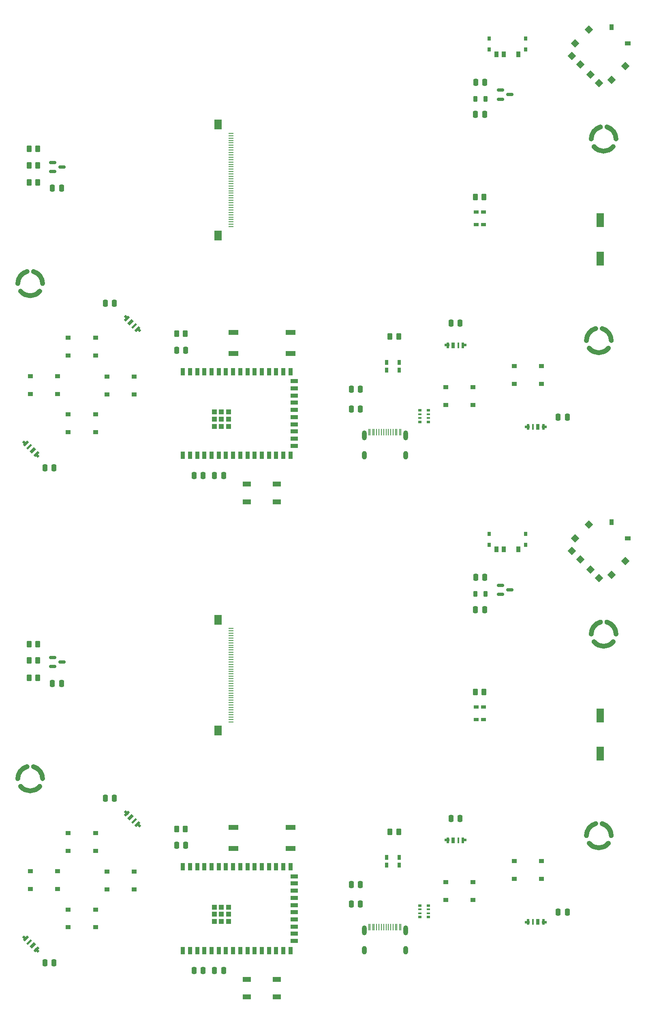
<source format=gbr>
%TF.GenerationSoftware,KiCad,Pcbnew,7.0.1*%
%TF.CreationDate,2023-05-21T16:14:24-05:00*%
%TF.ProjectId,panel,70616e65-6c2e-46b6-9963-61645f706362,rev?*%
%TF.SameCoordinates,Original*%
%TF.FileFunction,Paste,Top*%
%TF.FilePolarity,Positive*%
%FSLAX46Y46*%
G04 Gerber Fmt 4.6, Leading zero omitted, Abs format (unit mm)*
G04 Created by KiCad (PCBNEW 7.0.1) date 2023-05-21 16:14:24*
%MOMM*%
%LPD*%
G01*
G04 APERTURE LIST*
G04 Aperture macros list*
%AMRoundRect*
0 Rectangle with rounded corners*
0 $1 Rounding radius*
0 $2 $3 $4 $5 $6 $7 $8 $9 X,Y pos of 4 corners*
0 Add a 4 corners polygon primitive as box body*
4,1,4,$2,$3,$4,$5,$6,$7,$8,$9,$2,$3,0*
0 Add four circle primitives for the rounded corners*
1,1,$1+$1,$2,$3*
1,1,$1+$1,$4,$5*
1,1,$1+$1,$6,$7*
1,1,$1+$1,$8,$9*
0 Add four rect primitives between the rounded corners*
20,1,$1+$1,$2,$3,$4,$5,0*
20,1,$1+$1,$4,$5,$6,$7,0*
20,1,$1+$1,$6,$7,$8,$9,0*
20,1,$1+$1,$8,$9,$2,$3,0*%
%AMRotRect*
0 Rectangle, with rotation*
0 The origin of the aperture is its center*
0 $1 length*
0 $2 width*
0 $3 Rotation angle, in degrees counterclockwise*
0 Add horizontal line*
21,1,$1,$2,0,0,$3*%
G04 Aperture macros list end*
%ADD10C,1.000000*%
%ADD11RoundRect,0.250000X0.250000X0.475000X-0.250000X0.475000X-0.250000X-0.475000X0.250000X-0.475000X0*%
%ADD12RoundRect,0.250000X-0.250000X-0.475000X0.250000X-0.475000X0.250000X0.475000X-0.250000X0.475000X0*%
%ADD13R,1.100000X0.700000*%
%ADD14R,1.600000X3.000000*%
%ADD15R,2.000000X1.000000*%
%ADD16R,0.900000X1.250000*%
%ADD17R,0.800000X0.900000*%
%ADD18RoundRect,0.250000X-0.262500X-0.450000X0.262500X-0.450000X0.262500X0.450000X-0.262500X0.450000X0*%
%ADD19R,1.100000X0.900000*%
%ADD20R,1.800000X1.100000*%
%ADD21R,0.800000X0.500000*%
%ADD22R,0.800000X0.400000*%
%ADD23R,0.250000X1.400000*%
%ADD24O,1.000000X2.100000*%
%ADD25O,1.000000X1.800000*%
%ADD26RoundRect,0.250000X0.262500X0.450000X-0.262500X0.450000X-0.262500X-0.450000X0.262500X-0.450000X0*%
%ADD27RoundRect,0.218750X-0.218750X-0.381250X0.218750X-0.381250X0.218750X0.381250X-0.218750X0.381250X0*%
%ADD28RotRect,1.200000X1.300000X315.000000*%
%ADD29R,0.850000X1.200000*%
%ADD30R,1.200000X0.850000*%
%ADD31RotRect,1.300000X1.200000X315.000000*%
%ADD32R,1.000000X0.550000*%
%ADD33R,0.550000X1.200000*%
%ADD34R,0.700000X1.200000*%
%ADD35R,0.450000X1.200000*%
%ADD36RotRect,1.000000X0.550000X315.000000*%
%ADD37RotRect,0.550000X1.200000X315.000000*%
%ADD38RotRect,0.700000X1.200000X315.000000*%
%ADD39RotRect,0.450000X1.200000X315.000000*%
%ADD40R,0.900000X1.500000*%
%ADD41R,1.500000X0.900000*%
%ADD42R,1.100000X1.100000*%
%ADD43RoundRect,0.150000X-0.587500X-0.150000X0.587500X-0.150000X0.587500X0.150000X-0.587500X0.150000X0*%
%ADD44R,0.700000X1.100000*%
%ADD45R,1.600000X2.000000*%
%ADD46R,1.100000X0.250000*%
%ADD47RotRect,1.000000X0.550000X135.000000*%
%ADD48RotRect,0.550000X1.200000X135.000000*%
%ADD49RotRect,0.700000X1.200000X135.000000*%
%ADD50RotRect,0.450000X1.200000X135.000000*%
G04 APERTURE END LIST*
D10*
%TO.C,J11*%
X88182351Y-80122600D02*
G75*
G03*
X86249233Y-82622600I650002J-2500001D01*
G01*
X91428501Y-82622600D02*
G75*
G03*
X89532351Y-80122601I-2596150J0D01*
G01*
X86832353Y-84222599D02*
G75*
G03*
X90832349Y-84222599I1999998J1599999D01*
G01*
X88182351Y-183532200D02*
G75*
G03*
X86249233Y-186032200I650002J-2500001D01*
G01*
X91428501Y-186032200D02*
G75*
G03*
X89532351Y-183532201I-2596150J0D01*
G01*
X86832353Y-187632199D02*
G75*
G03*
X90832349Y-187632199I1999998J1599999D01*
G01*
%TO.C,J9*%
X206982351Y-92022600D02*
G75*
G03*
X205049233Y-94522600I650002J-2500001D01*
G01*
X210228501Y-94522600D02*
G75*
G03*
X208332351Y-92022601I-2596150J0D01*
G01*
X205632353Y-96122599D02*
G75*
G03*
X209632349Y-96122599I1999998J1599999D01*
G01*
X206982351Y-195432200D02*
G75*
G03*
X205049233Y-197932200I650002J-2500001D01*
G01*
X210228501Y-197932200D02*
G75*
G03*
X208332351Y-195432201I-2596150J0D01*
G01*
X205632353Y-199532199D02*
G75*
G03*
X209632349Y-199532199I1999998J1599999D01*
G01*
%TO.C,J10*%
X207982351Y-49922600D02*
G75*
G03*
X206049233Y-52422600I650002J-2500001D01*
G01*
X211228501Y-52422600D02*
G75*
G03*
X209332351Y-49922601I-2596150J0D01*
G01*
X206632353Y-54022599D02*
G75*
G03*
X210632349Y-54022599I1999998J1599999D01*
G01*
X207982351Y-153332200D02*
G75*
G03*
X206049233Y-155832200I650002J-2500001D01*
G01*
X211228501Y-155832200D02*
G75*
G03*
X209332351Y-153332201I-2596150J0D01*
G01*
X206632353Y-157432199D02*
G75*
G03*
X210632349Y-157432199I1999998J1599999D01*
G01*
%TD*%
D11*
%TO.C,C9*%
X121332350Y-96522600D03*
X119432350Y-96522600D03*
%TD*%
%TO.C,C9*%
X121332350Y-199932200D03*
X119432350Y-199932200D03*
%TD*%
D12*
%TO.C,C2*%
X181932350Y-40572600D03*
X183832350Y-40572600D03*
%TD*%
%TO.C,C2*%
X181932350Y-143982200D03*
X183832350Y-143982200D03*
%TD*%
%TO.C,C12*%
X199132350Y-110522600D03*
X201032350Y-110522600D03*
%TD*%
%TO.C,C12*%
X199132350Y-213932200D03*
X201032350Y-213932200D03*
%TD*%
D13*
%TO.C,D1*%
X183582350Y-67672600D03*
X183582350Y-70272600D03*
X181982350Y-67672600D03*
X181982350Y-70272600D03*
%TD*%
%TO.C,D1*%
X183582350Y-171082200D03*
X183582350Y-173682200D03*
X181982350Y-171082200D03*
X181982350Y-173682200D03*
%TD*%
D12*
%TO.C,C10*%
X91932350Y-121122600D03*
X93832350Y-121122600D03*
%TD*%
%TO.C,C10*%
X91932350Y-224532200D03*
X93832350Y-224532200D03*
%TD*%
D14*
%TO.C,BZ1*%
X207932350Y-69422600D03*
X207932350Y-77422600D03*
%TD*%
%TO.C,BZ1*%
X207932350Y-172832200D03*
X207932350Y-180832200D03*
%TD*%
D15*
%TO.C,SW7*%
X131332350Y-196232200D03*
X131332350Y-200632200D03*
X143232350Y-200632200D03*
X143232350Y-196232200D03*
%TD*%
%TO.C,SW7*%
X131332350Y-92822600D03*
X131332350Y-97222600D03*
X143232350Y-97222600D03*
X143232350Y-92822600D03*
%TD*%
D16*
%TO.C,SW11*%
X186282350Y-34747600D03*
X187782350Y-34747600D03*
X190782350Y-34747600D03*
D17*
X184732350Y-31472600D03*
X184732350Y-33772600D03*
X192332350Y-31472600D03*
X192342350Y-33772600D03*
%TD*%
D16*
%TO.C,SW11*%
X186282350Y-138157200D03*
X187782350Y-138157200D03*
X190782350Y-138157200D03*
D17*
X184732350Y-134882200D03*
X184732350Y-137182200D03*
X192332350Y-134882200D03*
X192342350Y-137182200D03*
%TD*%
D18*
%TO.C,R11*%
X164007350Y-93722600D03*
X165832350Y-93722600D03*
%TD*%
%TO.C,R11*%
X164007350Y-197132200D03*
X165832350Y-197132200D03*
%TD*%
D19*
%TO.C,SW5*%
X104882350Y-102072600D03*
X110582350Y-102072600D03*
X104882350Y-105772600D03*
X110582350Y-105772600D03*
%TD*%
%TO.C,SW5*%
X104882350Y-205482200D03*
X110582350Y-205482200D03*
X104882350Y-209182200D03*
X110582350Y-209182200D03*
%TD*%
D20*
%TO.C,SW10*%
X134132350Y-124522600D03*
X140332350Y-124522600D03*
X134132350Y-128222600D03*
X140332350Y-128222600D03*
%TD*%
%TO.C,SW10*%
X134132350Y-227932200D03*
X140332350Y-227932200D03*
X134132350Y-231632200D03*
X140332350Y-231632200D03*
%TD*%
D21*
%TO.C,RN1*%
X172032350Y-111522600D03*
D22*
X172032350Y-110722600D03*
X172032350Y-109922600D03*
D21*
X172032350Y-109122600D03*
X170232350Y-109122600D03*
D22*
X170232350Y-109922600D03*
X170232350Y-110722600D03*
D21*
X170232350Y-111522600D03*
%TD*%
%TO.C,RN1*%
X172032350Y-214932200D03*
D22*
X172032350Y-214132200D03*
X172032350Y-213332200D03*
D21*
X172032350Y-212532200D03*
X170232350Y-212532200D03*
D22*
X170232350Y-213332200D03*
X170232350Y-214132200D03*
D21*
X170232350Y-214932200D03*
%TD*%
D11*
%TO.C,C5*%
X157832350Y-104722600D03*
X155932350Y-104722600D03*
%TD*%
%TO.C,C5*%
X157832350Y-208132200D03*
X155932350Y-208132200D03*
%TD*%
%TO.C,C7*%
X124982350Y-122722600D03*
X123082350Y-122722600D03*
%TD*%
%TO.C,C7*%
X124982350Y-226132200D03*
X123082350Y-226132200D03*
%TD*%
D19*
%TO.C,SW6*%
X189982350Y-99872600D03*
X195682350Y-99872600D03*
X189982350Y-103572600D03*
X195682350Y-103572600D03*
%TD*%
%TO.C,SW6*%
X189982350Y-203282200D03*
X195682350Y-203282200D03*
X189982350Y-206982200D03*
X195682350Y-206982200D03*
%TD*%
D23*
%TO.C,J2*%
X159607350Y-113635100D03*
X160407350Y-113635100D03*
X161682350Y-113635100D03*
X162682350Y-113635100D03*
X163182350Y-113635100D03*
X161182350Y-113635100D03*
X165457350Y-113635100D03*
X166257350Y-113635100D03*
X166007350Y-113635100D03*
X165207350Y-113635100D03*
X164682350Y-113635100D03*
X163682350Y-113635100D03*
X162182350Y-113635100D03*
X164182350Y-113635100D03*
X160657350Y-113635100D03*
X159857350Y-113635100D03*
D24*
X158612350Y-114335100D03*
D25*
X158612350Y-118485100D03*
D24*
X167252350Y-114335100D03*
D25*
X167252350Y-118485100D03*
%TD*%
D23*
%TO.C,J2*%
X159607350Y-217044700D03*
X160407350Y-217044700D03*
X161682350Y-217044700D03*
X162682350Y-217044700D03*
X163182350Y-217044700D03*
X161182350Y-217044700D03*
X165457350Y-217044700D03*
X166257350Y-217044700D03*
X166007350Y-217044700D03*
X165207350Y-217044700D03*
X164682350Y-217044700D03*
X163682350Y-217044700D03*
X162182350Y-217044700D03*
X164182350Y-217044700D03*
X160657350Y-217044700D03*
X159857350Y-217044700D03*
D24*
X158612350Y-217744700D03*
D25*
X158612350Y-221894700D03*
D24*
X167252350Y-217744700D03*
D25*
X167252350Y-221894700D03*
%TD*%
D19*
%TO.C,SW4*%
X175682350Y-104272600D03*
X181382350Y-104272600D03*
X175682350Y-107972600D03*
X181382350Y-107972600D03*
%TD*%
%TO.C,SW4*%
X175682350Y-207682200D03*
X181382350Y-207682200D03*
X175682350Y-211382200D03*
X181382350Y-211382200D03*
%TD*%
%TO.C,SW3*%
X88882350Y-101972600D03*
X94582350Y-101972600D03*
X88882350Y-105672600D03*
X94582350Y-105672600D03*
%TD*%
%TO.C,SW3*%
X88882350Y-205382200D03*
X94582350Y-205382200D03*
X88882350Y-209082200D03*
X94582350Y-209082200D03*
%TD*%
D26*
%TO.C,R10*%
X121257350Y-93122600D03*
X119432350Y-93122600D03*
%TD*%
%TO.C,R10*%
X121257350Y-196532200D03*
X119432350Y-196532200D03*
%TD*%
D19*
%TO.C,SW1*%
X96782350Y-93972600D03*
X102482350Y-93972600D03*
X96782350Y-97672600D03*
X102482350Y-97672600D03*
%TD*%
%TO.C,SW1*%
X96782350Y-197382200D03*
X102482350Y-197382200D03*
X96782350Y-201082200D03*
X102482350Y-201082200D03*
%TD*%
D11*
%TO.C,C6*%
X157832350Y-108822600D03*
X155932350Y-108822600D03*
%TD*%
%TO.C,C6*%
X157832350Y-212232200D03*
X155932350Y-212232200D03*
%TD*%
D27*
%TO.C,L1*%
X181857350Y-44072600D03*
X183982350Y-44072600D03*
%TD*%
%TO.C,L1*%
X181857350Y-147482200D03*
X183982350Y-147482200D03*
%TD*%
D28*
%TO.C,SW9*%
X205560036Y-29558161D03*
X202660898Y-32457299D03*
D29*
X210297651Y-29057299D03*
D30*
X213697651Y-32457299D03*
D28*
X213196789Y-37194914D03*
X210297651Y-40094052D03*
D31*
X202024502Y-35073594D03*
X207681356Y-40730448D03*
X205895911Y-38945004D03*
X203809946Y-36859039D03*
%TD*%
D28*
%TO.C,SW9*%
X205560036Y-132967761D03*
X202660898Y-135866899D03*
D29*
X210297651Y-132466899D03*
D30*
X213697651Y-135866899D03*
D28*
X213196789Y-140604514D03*
X210297651Y-143503652D03*
D31*
X202024502Y-138483194D03*
X207681356Y-144140048D03*
X205895911Y-142354604D03*
X203809946Y-140268639D03*
%TD*%
D12*
%TO.C,C4*%
X104532350Y-86722600D03*
X106432350Y-86722600D03*
%TD*%
%TO.C,C4*%
X104532350Y-190132200D03*
X106432350Y-190132200D03*
%TD*%
%TO.C,C1*%
X93482350Y-62722600D03*
X95382350Y-62722600D03*
%TD*%
%TO.C,C1*%
X93482350Y-166132200D03*
X95382350Y-166132200D03*
%TD*%
D18*
%TO.C,R8*%
X88607350Y-57922600D03*
X90432350Y-57922600D03*
%TD*%
%TO.C,R8*%
X88607350Y-161332200D03*
X90432350Y-161332200D03*
%TD*%
D32*
%TO.C,U4*%
X175882350Y-95447600D03*
D33*
X176107350Y-95522600D03*
D34*
X177232350Y-95522600D03*
D35*
X178257350Y-95522600D03*
D33*
X179257350Y-95522600D03*
D32*
X179482350Y-95447600D03*
%TD*%
%TO.C,U4*%
X175882350Y-198857200D03*
D33*
X176107350Y-198932200D03*
D34*
X177232350Y-198932200D03*
D35*
X178257350Y-198932200D03*
D33*
X179257350Y-198932200D03*
D32*
X179482350Y-198857200D03*
%TD*%
D12*
%TO.C,C3*%
X181882350Y-47322600D03*
X183782350Y-47322600D03*
%TD*%
%TO.C,C3*%
X181882350Y-150732200D03*
X183782350Y-150732200D03*
%TD*%
D36*
%TO.C,U2*%
X108930789Y-89714973D03*
D37*
X109036855Y-89927105D03*
D38*
X109832350Y-90722600D03*
D39*
X110557134Y-91447385D03*
D37*
X111264241Y-92154491D03*
D36*
X111476373Y-92260557D03*
%TD*%
%TO.C,U2*%
X108930789Y-193124573D03*
D37*
X109036855Y-193336705D03*
D38*
X109832350Y-194132200D03*
D39*
X110557134Y-194856985D03*
D37*
X111264241Y-195564091D03*
D36*
X111476373Y-195670157D03*
%TD*%
D18*
%TO.C,R7*%
X88607350Y-54522600D03*
X90432350Y-54522600D03*
%TD*%
%TO.C,R7*%
X88607350Y-157932200D03*
X90432350Y-157932200D03*
%TD*%
D32*
%TO.C,U5*%
X196257350Y-112597600D03*
D33*
X196032350Y-112522600D03*
D34*
X194907350Y-112522600D03*
D35*
X193882350Y-112522600D03*
D33*
X192882350Y-112522600D03*
D32*
X192657350Y-112597600D03*
%TD*%
%TO.C,U5*%
X196257350Y-216007200D03*
D33*
X196032350Y-215932200D03*
D34*
X194907350Y-215932200D03*
D35*
X193882350Y-215932200D03*
D33*
X192882350Y-215932200D03*
D32*
X192657350Y-216007200D03*
%TD*%
D40*
%TO.C,IC1*%
X120732350Y-118522600D03*
X122232350Y-118522600D03*
X123732350Y-118522600D03*
X125232350Y-118522600D03*
X126732350Y-118522600D03*
X128232350Y-118522600D03*
X129732350Y-118522600D03*
X131232350Y-118522600D03*
X132732350Y-118522600D03*
X134232350Y-118522600D03*
X135732350Y-118522600D03*
X137232350Y-118522600D03*
X138732350Y-118522600D03*
X140232350Y-118522600D03*
X141732350Y-118522600D03*
X143232350Y-118522600D03*
D41*
X143982350Y-116522600D03*
X143982350Y-115022600D03*
X143982350Y-113522600D03*
X143982350Y-112022600D03*
X143982350Y-110522600D03*
X143982350Y-109022600D03*
X143982350Y-107522600D03*
X143982350Y-106022600D03*
X143982350Y-104522600D03*
X143982350Y-103022600D03*
D40*
X143232350Y-101022600D03*
X141732350Y-101022600D03*
X140232350Y-101022600D03*
X138732350Y-101022600D03*
X137232350Y-101022600D03*
X135732350Y-101022600D03*
X134232350Y-101022600D03*
X132732350Y-101022600D03*
X131232350Y-101022600D03*
X129732350Y-101022600D03*
X128232350Y-101022600D03*
X126732350Y-101022600D03*
X125232350Y-101022600D03*
X123732350Y-101022600D03*
X122232350Y-101022600D03*
X120732350Y-101022600D03*
D42*
X128782350Y-110962600D03*
X128782350Y-112462600D03*
X130282350Y-112462600D03*
X130282350Y-110962600D03*
X130282350Y-109462600D03*
X128782350Y-109462600D03*
X127282350Y-109462600D03*
X127282350Y-110962600D03*
X127282350Y-112462600D03*
%TD*%
D40*
%TO.C,IC1*%
X120732350Y-221932200D03*
X122232350Y-221932200D03*
X123732350Y-221932200D03*
X125232350Y-221932200D03*
X126732350Y-221932200D03*
X128232350Y-221932200D03*
X129732350Y-221932200D03*
X131232350Y-221932200D03*
X132732350Y-221932200D03*
X134232350Y-221932200D03*
X135732350Y-221932200D03*
X137232350Y-221932200D03*
X138732350Y-221932200D03*
X140232350Y-221932200D03*
X141732350Y-221932200D03*
X143232350Y-221932200D03*
D41*
X143982350Y-219932200D03*
X143982350Y-218432200D03*
X143982350Y-216932200D03*
X143982350Y-215432200D03*
X143982350Y-213932200D03*
X143982350Y-212432200D03*
X143982350Y-210932200D03*
X143982350Y-209432200D03*
X143982350Y-207932200D03*
X143982350Y-206432200D03*
D40*
X143232350Y-204432200D03*
X141732350Y-204432200D03*
X140232350Y-204432200D03*
X138732350Y-204432200D03*
X137232350Y-204432200D03*
X135732350Y-204432200D03*
X134232350Y-204432200D03*
X132732350Y-204432200D03*
X131232350Y-204432200D03*
X129732350Y-204432200D03*
X128232350Y-204432200D03*
X126732350Y-204432200D03*
X125232350Y-204432200D03*
X123732350Y-204432200D03*
X122232350Y-204432200D03*
X120732350Y-204432200D03*
D42*
X128782350Y-214372200D03*
X128782350Y-215872200D03*
X130282350Y-215872200D03*
X130282350Y-214372200D03*
X130282350Y-212872200D03*
X128782350Y-212872200D03*
X127282350Y-212872200D03*
X127282350Y-214372200D03*
X127282350Y-215872200D03*
%TD*%
D43*
%TO.C,Q2*%
X93582350Y-57322600D03*
X93582350Y-59222600D03*
X95457350Y-58272600D03*
%TD*%
%TO.C,Q2*%
X93582350Y-160732200D03*
X93582350Y-162632200D03*
X95457350Y-161682200D03*
%TD*%
D19*
%TO.C,SW2*%
X96782350Y-109972600D03*
X102482350Y-109972600D03*
X96782350Y-113672600D03*
X102482350Y-113672600D03*
%TD*%
%TO.C,SW2*%
X96782350Y-213382200D03*
X102482350Y-213382200D03*
X96782350Y-217082200D03*
X102482350Y-217082200D03*
%TD*%
D12*
%TO.C,C8*%
X127332350Y-122722600D03*
X129232350Y-122722600D03*
%TD*%
%TO.C,C8*%
X127332350Y-226132200D03*
X129232350Y-226132200D03*
%TD*%
%TO.C,C11*%
X176732350Y-90922600D03*
X178632350Y-90922600D03*
%TD*%
%TO.C,C11*%
X176732350Y-194332200D03*
X178632350Y-194332200D03*
%TD*%
D44*
%TO.C,D2*%
X163332350Y-99072600D03*
X165932350Y-99072600D03*
X163332350Y-100672600D03*
X165932350Y-100672600D03*
%TD*%
%TO.C,D2*%
X163332350Y-202482200D03*
X165932350Y-202482200D03*
X163332350Y-204082200D03*
X165932350Y-204082200D03*
%TD*%
D43*
%TO.C,U1*%
X187132350Y-42222600D03*
X187132350Y-44122600D03*
X189007350Y-43172600D03*
%TD*%
%TO.C,U1*%
X187132350Y-145632200D03*
X187132350Y-147532200D03*
X189007350Y-146582200D03*
%TD*%
D18*
%TO.C,R9*%
X88607350Y-61522600D03*
X90432350Y-61522600D03*
%TD*%
%TO.C,R9*%
X88607350Y-164932200D03*
X90432350Y-164932200D03*
%TD*%
D45*
%TO.C,J1*%
X128052350Y-49422600D03*
X128052350Y-72572600D03*
D46*
X130832350Y-51247600D03*
X130832350Y-51747600D03*
X130832350Y-52247600D03*
X130832350Y-52747600D03*
X130832350Y-53247600D03*
X130832350Y-53747600D03*
X130832350Y-54247600D03*
X130832350Y-54747600D03*
X130832350Y-55247600D03*
X130832350Y-55747600D03*
X130832350Y-56247600D03*
X130832350Y-56747600D03*
X130832350Y-57247600D03*
X130832350Y-57747600D03*
X130832350Y-58247600D03*
X130832350Y-58747600D03*
X130832350Y-59247600D03*
X130832350Y-59747600D03*
X130832350Y-60247600D03*
X130832350Y-60747600D03*
X130832350Y-61247600D03*
X130832350Y-61747600D03*
X130832350Y-62247600D03*
X130832350Y-62747600D03*
X130832350Y-63247600D03*
X130832350Y-63747600D03*
X130832350Y-64247600D03*
X130832350Y-64747600D03*
X130832350Y-65247600D03*
X130832350Y-65747600D03*
X130832350Y-66247600D03*
X130832350Y-66747600D03*
X130832350Y-67247600D03*
X130832350Y-67747600D03*
X130832350Y-68247600D03*
X130832350Y-68747600D03*
X130832350Y-69247600D03*
X130832350Y-69747600D03*
X130832350Y-70247600D03*
X130832350Y-70747600D03*
%TD*%
D45*
%TO.C,J1*%
X128052350Y-152832200D03*
X128052350Y-175982200D03*
D46*
X130832350Y-154657200D03*
X130832350Y-155157200D03*
X130832350Y-155657200D03*
X130832350Y-156157200D03*
X130832350Y-156657200D03*
X130832350Y-157157200D03*
X130832350Y-157657200D03*
X130832350Y-158157200D03*
X130832350Y-158657200D03*
X130832350Y-159157200D03*
X130832350Y-159657200D03*
X130832350Y-160157200D03*
X130832350Y-160657200D03*
X130832350Y-161157200D03*
X130832350Y-161657200D03*
X130832350Y-162157200D03*
X130832350Y-162657200D03*
X130832350Y-163157200D03*
X130832350Y-163657200D03*
X130832350Y-164157200D03*
X130832350Y-164657200D03*
X130832350Y-165157200D03*
X130832350Y-165657200D03*
X130832350Y-166157200D03*
X130832350Y-166657200D03*
X130832350Y-167157200D03*
X130832350Y-167657200D03*
X130832350Y-168157200D03*
X130832350Y-168657200D03*
X130832350Y-169157200D03*
X130832350Y-169657200D03*
X130832350Y-170157200D03*
X130832350Y-170657200D03*
X130832350Y-171157200D03*
X130832350Y-171657200D03*
X130832350Y-172157200D03*
X130832350Y-172657200D03*
X130832350Y-173157200D03*
X130832350Y-173657200D03*
X130832350Y-174157200D03*
%TD*%
D47*
%TO.C,U3*%
X90257655Y-118460558D03*
D48*
X90151589Y-118248426D03*
D49*
X89356094Y-117452931D03*
D50*
X88631310Y-116728146D03*
D48*
X87924203Y-116021040D03*
D47*
X87712071Y-115914974D03*
%TD*%
%TO.C,U3*%
X90257655Y-221870158D03*
D48*
X90151589Y-221658026D03*
D49*
X89356094Y-220862531D03*
D50*
X88631310Y-220137746D03*
D48*
X87924203Y-219430640D03*
D47*
X87712071Y-219324574D03*
%TD*%
D18*
%TO.C,R12*%
X181807350Y-64522600D03*
X183632350Y-64522600D03*
%TD*%
%TO.C,R12*%
X181807350Y-167932200D03*
X183632350Y-167932200D03*
%TD*%
M02*

</source>
